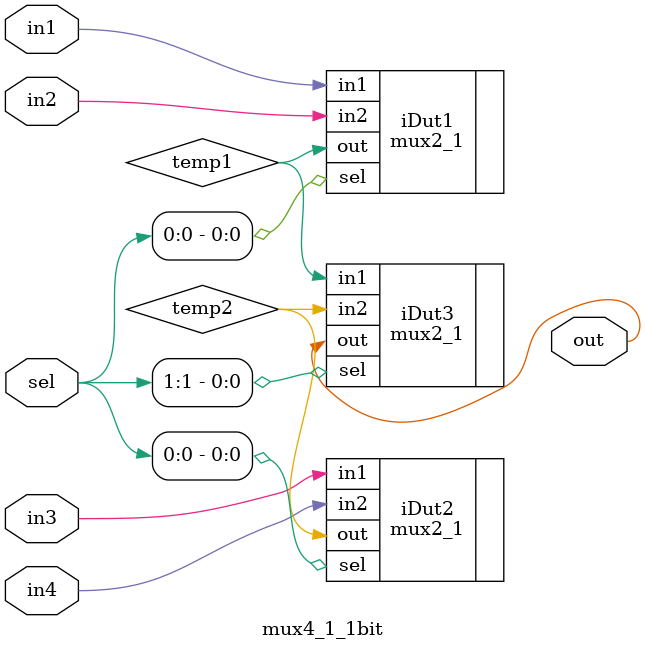
<source format=v>

module mux4_1_1bit(sel, in1, in2, in3, in4, out);

	input in1, in2, in3, in4;
	input [1:0] sel;
	output out;
	wire temp1, temp2;
	
	mux2_1 iDut1(.sel(sel[0]), .in1(in1), .in2(in2), .out(temp1));
	mux2_1 iDut2(.sel(sel[0]), .in1(in3), .in2(in4), .out(temp2));
	mux2_1 iDut3(.sel(sel[1]), .in1(temp1), .in2(temp2), .out(out));
	
endmodule
</source>
